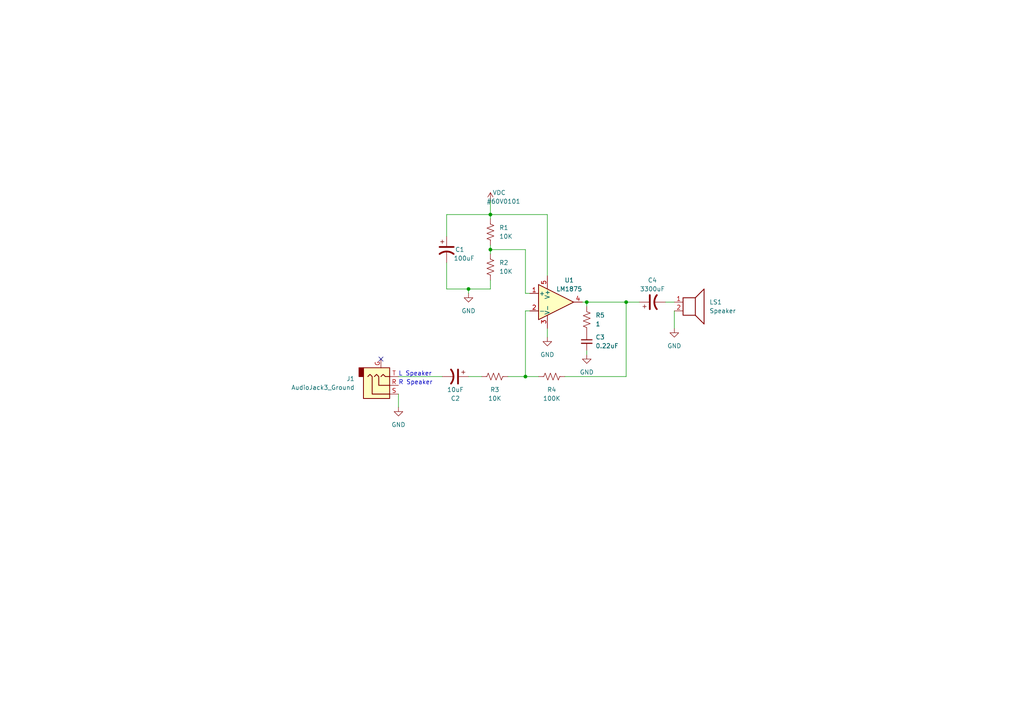
<source format=kicad_sch>
(kicad_sch (version 20211123) (generator eeschema)

  (uuid 92814261-9772-41e2-8889-a30603332826)

  (paper "A4")

  (lib_symbols
    (symbol "Amplifier_Audio:LM1875" (pin_names (offset 0.127)) (in_bom yes) (on_board yes)
      (property "Reference" "U" (id 0) (at 3.81 6.35 0)
        (effects (font (size 1.27 1.27)))
      )
      (property "Value" "LM1875" (id 1) (at 3.81 3.81 0)
        (effects (font (size 1.27 1.27)))
      )
      (property "Footprint" "Package_TO_SOT_THT:TO-220-5_P3.4x3.7mm_StaggerOdd_Lead3.8mm_Vertical" (id 2) (at 0 0 0)
        (effects (font (size 1.27 1.27) italic) hide)
      )
      (property "Datasheet" "http://www.ti.com/lit/ds/symlink/lm1875.pdf" (id 3) (at 0 0 0)
        (effects (font (size 1.27 1.27)) hide)
      )
      (property "ki_keywords" "audio amplifier" (id 4) (at 0 0 0)
        (effects (font (size 1.27 1.27)) hide)
      )
      (property "ki_description" "20W Audio Power Amplifier, TO-220-5" (id 5) (at 0 0 0)
        (effects (font (size 1.27 1.27)) hide)
      )
      (property "ki_fp_filters" "TO?220*StaggerOdd*" (id 6) (at 0 0 0)
        (effects (font (size 1.27 1.27)) hide)
      )
      (symbol "LM1875_0_1"
        (polyline
          (pts
            (xy -5.08 5.08)
            (xy 5.08 0)
            (xy -5.08 -5.08)
            (xy -5.08 5.08)
          )
          (stroke (width 0.254) (type default) (color 0 0 0 0))
          (fill (type background))
        )
      )
      (symbol "LM1875_1_1"
        (pin input line (at -7.62 2.54 0) (length 2.54)
          (name "+" (effects (font (size 1.27 1.27))))
          (number "1" (effects (font (size 1.27 1.27))))
        )
        (pin input line (at -7.62 -2.54 0) (length 2.54)
          (name "-" (effects (font (size 1.27 1.27))))
          (number "2" (effects (font (size 1.27 1.27))))
        )
        (pin power_in line (at -2.54 -7.62 90) (length 3.81)
          (name "V-" (effects (font (size 1.27 1.27))))
          (number "3" (effects (font (size 1.27 1.27))))
        )
        (pin output line (at 7.62 0 180) (length 2.54)
          (name "~" (effects (font (size 1.27 1.27))))
          (number "4" (effects (font (size 1.27 1.27))))
        )
        (pin power_in line (at -2.54 7.62 270) (length 3.81)
          (name "V+" (effects (font (size 1.27 1.27))))
          (number "5" (effects (font (size 1.27 1.27))))
        )
      )
    )
    (symbol "Connector:AudioJack3_Ground" (in_bom yes) (on_board yes)
      (property "Reference" "J" (id 0) (at 0 8.89 0)
        (effects (font (size 1.27 1.27)))
      )
      (property "Value" "AudioJack3_Ground" (id 1) (at 0 6.35 0)
        (effects (font (size 1.27 1.27)))
      )
      (property "Footprint" "" (id 2) (at 0 0 0)
        (effects (font (size 1.27 1.27)) hide)
      )
      (property "Datasheet" "~" (id 3) (at 0 0 0)
        (effects (font (size 1.27 1.27)) hide)
      )
      (property "ki_keywords" "audio jack receptacle stereo headphones phones TRS connector" (id 4) (at 0 0 0)
        (effects (font (size 1.27 1.27)) hide)
      )
      (property "ki_description" "Audio Jack, 3 Poles (Stereo / TRS), Grounded Sleeve" (id 5) (at 0 0 0)
        (effects (font (size 1.27 1.27)) hide)
      )
      (property "ki_fp_filters" "Jack*" (id 6) (at 0 0 0)
        (effects (font (size 1.27 1.27)) hide)
      )
      (symbol "AudioJack3_Ground_0_1"
        (rectangle (start -5.08 -2.54) (end -6.35 -5.08)
          (stroke (width 0.254) (type default) (color 0 0 0 0))
          (fill (type outline))
        )
        (polyline
          (pts
            (xy 0 -2.54)
            (xy 0.635 -3.175)
            (xy 1.27 -2.54)
            (xy 2.54 -2.54)
          )
          (stroke (width 0.254) (type default) (color 0 0 0 0))
          (fill (type none))
        )
        (polyline
          (pts
            (xy -1.905 -2.54)
            (xy -1.27 -3.175)
            (xy -0.635 -2.54)
            (xy -0.635 0)
            (xy 2.54 0)
          )
          (stroke (width 0.254) (type default) (color 0 0 0 0))
          (fill (type none))
        )
        (polyline
          (pts
            (xy 2.54 2.54)
            (xy -2.54 2.54)
            (xy -2.54 -2.54)
            (xy -3.175 -3.175)
            (xy -3.81 -2.54)
          )
          (stroke (width 0.254) (type default) (color 0 0 0 0))
          (fill (type none))
        )
        (rectangle (start 2.54 3.81) (end -5.08 -5.08)
          (stroke (width 0.254) (type default) (color 0 0 0 0))
          (fill (type background))
        )
      )
      (symbol "AudioJack3_Ground_1_1"
        (pin passive line (at 0 -7.62 90) (length 2.54)
          (name "~" (effects (font (size 1.27 1.27))))
          (number "G" (effects (font (size 1.27 1.27))))
        )
        (pin passive line (at 5.08 0 180) (length 2.54)
          (name "~" (effects (font (size 1.27 1.27))))
          (number "R" (effects (font (size 1.27 1.27))))
        )
        (pin passive line (at 5.08 2.54 180) (length 2.54)
          (name "~" (effects (font (size 1.27 1.27))))
          (number "S" (effects (font (size 1.27 1.27))))
        )
        (pin passive line (at 5.08 -2.54 180) (length 2.54)
          (name "~" (effects (font (size 1.27 1.27))))
          (number "T" (effects (font (size 1.27 1.27))))
        )
      )
    )
    (symbol "Device:C_Polarized_US" (pin_numbers hide) (pin_names (offset 0.254) hide) (in_bom yes) (on_board yes)
      (property "Reference" "C" (id 0) (at 0.635 2.54 0)
        (effects (font (size 1.27 1.27)) (justify left))
      )
      (property "Value" "C_Polarized_US" (id 1) (at 0.635 -2.54 0)
        (effects (font (size 1.27 1.27)) (justify left))
      )
      (property "Footprint" "" (id 2) (at 0 0 0)
        (effects (font (size 1.27 1.27)) hide)
      )
      (property "Datasheet" "~" (id 3) (at 0 0 0)
        (effects (font (size 1.27 1.27)) hide)
      )
      (property "ki_keywords" "cap capacitor" (id 4) (at 0 0 0)
        (effects (font (size 1.27 1.27)) hide)
      )
      (property "ki_description" "Polarized capacitor, US symbol" (id 5) (at 0 0 0)
        (effects (font (size 1.27 1.27)) hide)
      )
      (property "ki_fp_filters" "CP_*" (id 6) (at 0 0 0)
        (effects (font (size 1.27 1.27)) hide)
      )
      (symbol "C_Polarized_US_0_1"
        (polyline
          (pts
            (xy -2.032 0.762)
            (xy 2.032 0.762)
          )
          (stroke (width 0.508) (type default) (color 0 0 0 0))
          (fill (type none))
        )
        (polyline
          (pts
            (xy -1.778 2.286)
            (xy -0.762 2.286)
          )
          (stroke (width 0) (type default) (color 0 0 0 0))
          (fill (type none))
        )
        (polyline
          (pts
            (xy -1.27 1.778)
            (xy -1.27 2.794)
          )
          (stroke (width 0) (type default) (color 0 0 0 0))
          (fill (type none))
        )
        (arc (start 2.032 -1.27) (mid 0 -0.5572) (end -2.032 -1.27)
          (stroke (width 0.508) (type default) (color 0 0 0 0))
          (fill (type none))
        )
      )
      (symbol "C_Polarized_US_1_1"
        (pin passive line (at 0 3.81 270) (length 2.794)
          (name "~" (effects (font (size 1.27 1.27))))
          (number "1" (effects (font (size 1.27 1.27))))
        )
        (pin passive line (at 0 -3.81 90) (length 3.302)
          (name "~" (effects (font (size 1.27 1.27))))
          (number "2" (effects (font (size 1.27 1.27))))
        )
      )
    )
    (symbol "Device:C_Small" (pin_numbers hide) (pin_names (offset 0.254) hide) (in_bom yes) (on_board yes)
      (property "Reference" "C" (id 0) (at 0.254 1.778 0)
        (effects (font (size 1.27 1.27)) (justify left))
      )
      (property "Value" "C_Small" (id 1) (at 0.254 -2.032 0)
        (effects (font (size 1.27 1.27)) (justify left))
      )
      (property "Footprint" "" (id 2) (at 0 0 0)
        (effects (font (size 1.27 1.27)) hide)
      )
      (property "Datasheet" "~" (id 3) (at 0 0 0)
        (effects (font (size 1.27 1.27)) hide)
      )
      (property "ki_keywords" "capacitor cap" (id 4) (at 0 0 0)
        (effects (font (size 1.27 1.27)) hide)
      )
      (property "ki_description" "Unpolarized capacitor, small symbol" (id 5) (at 0 0 0)
        (effects (font (size 1.27 1.27)) hide)
      )
      (property "ki_fp_filters" "C_*" (id 6) (at 0 0 0)
        (effects (font (size 1.27 1.27)) hide)
      )
      (symbol "C_Small_0_1"
        (polyline
          (pts
            (xy -1.524 -0.508)
            (xy 1.524 -0.508)
          )
          (stroke (width 0.3302) (type default) (color 0 0 0 0))
          (fill (type none))
        )
        (polyline
          (pts
            (xy -1.524 0.508)
            (xy 1.524 0.508)
          )
          (stroke (width 0.3048) (type default) (color 0 0 0 0))
          (fill (type none))
        )
      )
      (symbol "C_Small_1_1"
        (pin passive line (at 0 2.54 270) (length 2.032)
          (name "~" (effects (font (size 1.27 1.27))))
          (number "1" (effects (font (size 1.27 1.27))))
        )
        (pin passive line (at 0 -2.54 90) (length 2.032)
          (name "~" (effects (font (size 1.27 1.27))))
          (number "2" (effects (font (size 1.27 1.27))))
        )
      )
    )
    (symbol "Device:R_US" (pin_numbers hide) (pin_names (offset 0)) (in_bom yes) (on_board yes)
      (property "Reference" "R" (id 0) (at 2.54 0 90)
        (effects (font (size 1.27 1.27)))
      )
      (property "Value" "R_US" (id 1) (at -2.54 0 90)
        (effects (font (size 1.27 1.27)))
      )
      (property "Footprint" "" (id 2) (at 1.016 -0.254 90)
        (effects (font (size 1.27 1.27)) hide)
      )
      (property "Datasheet" "~" (id 3) (at 0 0 0)
        (effects (font (size 1.27 1.27)) hide)
      )
      (property "ki_keywords" "R res resistor" (id 4) (at 0 0 0)
        (effects (font (size 1.27 1.27)) hide)
      )
      (property "ki_description" "Resistor, US symbol" (id 5) (at 0 0 0)
        (effects (font (size 1.27 1.27)) hide)
      )
      (property "ki_fp_filters" "R_*" (id 6) (at 0 0 0)
        (effects (font (size 1.27 1.27)) hide)
      )
      (symbol "R_US_0_1"
        (polyline
          (pts
            (xy 0 -2.286)
            (xy 0 -2.54)
          )
          (stroke (width 0) (type default) (color 0 0 0 0))
          (fill (type none))
        )
        (polyline
          (pts
            (xy 0 2.286)
            (xy 0 2.54)
          )
          (stroke (width 0) (type default) (color 0 0 0 0))
          (fill (type none))
        )
        (polyline
          (pts
            (xy 0 -0.762)
            (xy 1.016 -1.143)
            (xy 0 -1.524)
            (xy -1.016 -1.905)
            (xy 0 -2.286)
          )
          (stroke (width 0) (type default) (color 0 0 0 0))
          (fill (type none))
        )
        (polyline
          (pts
            (xy 0 0.762)
            (xy 1.016 0.381)
            (xy 0 0)
            (xy -1.016 -0.381)
            (xy 0 -0.762)
          )
          (stroke (width 0) (type default) (color 0 0 0 0))
          (fill (type none))
        )
        (polyline
          (pts
            (xy 0 2.286)
            (xy 1.016 1.905)
            (xy 0 1.524)
            (xy -1.016 1.143)
            (xy 0 0.762)
          )
          (stroke (width 0) (type default) (color 0 0 0 0))
          (fill (type none))
        )
      )
      (symbol "R_US_1_1"
        (pin passive line (at 0 3.81 270) (length 1.27)
          (name "~" (effects (font (size 1.27 1.27))))
          (number "1" (effects (font (size 1.27 1.27))))
        )
        (pin passive line (at 0 -3.81 90) (length 1.27)
          (name "~" (effects (font (size 1.27 1.27))))
          (number "2" (effects (font (size 1.27 1.27))))
        )
      )
    )
    (symbol "Device:Speaker" (pin_names (offset 0) hide) (in_bom yes) (on_board yes)
      (property "Reference" "LS" (id 0) (at 1.27 5.715 0)
        (effects (font (size 1.27 1.27)) (justify right))
      )
      (property "Value" "Speaker" (id 1) (at 1.27 3.81 0)
        (effects (font (size 1.27 1.27)) (justify right))
      )
      (property "Footprint" "" (id 2) (at 0 -5.08 0)
        (effects (font (size 1.27 1.27)) hide)
      )
      (property "Datasheet" "~" (id 3) (at -0.254 -1.27 0)
        (effects (font (size 1.27 1.27)) hide)
      )
      (property "ki_keywords" "speaker sound" (id 4) (at 0 0 0)
        (effects (font (size 1.27 1.27)) hide)
      )
      (property "ki_description" "Speaker" (id 5) (at 0 0 0)
        (effects (font (size 1.27 1.27)) hide)
      )
      (symbol "Speaker_0_0"
        (rectangle (start -2.54 1.27) (end 1.016 -3.81)
          (stroke (width 0.254) (type default) (color 0 0 0 0))
          (fill (type none))
        )
        (polyline
          (pts
            (xy 1.016 1.27)
            (xy 3.556 3.81)
            (xy 3.556 -6.35)
            (xy 1.016 -3.81)
          )
          (stroke (width 0.254) (type default) (color 0 0 0 0))
          (fill (type none))
        )
      )
      (symbol "Speaker_1_1"
        (pin input line (at -5.08 0 0) (length 2.54)
          (name "1" (effects (font (size 1.27 1.27))))
          (number "1" (effects (font (size 1.27 1.27))))
        )
        (pin input line (at -5.08 -2.54 0) (length 2.54)
          (name "2" (effects (font (size 1.27 1.27))))
          (number "2" (effects (font (size 1.27 1.27))))
        )
      )
    )
    (symbol "power:GND" (power) (pin_names (offset 0)) (in_bom yes) (on_board yes)
      (property "Reference" "#PWR" (id 0) (at 0 -6.35 0)
        (effects (font (size 1.27 1.27)) hide)
      )
      (property "Value" "GND" (id 1) (at 0 -3.81 0)
        (effects (font (size 1.27 1.27)))
      )
      (property "Footprint" "" (id 2) (at 0 0 0)
        (effects (font (size 1.27 1.27)) hide)
      )
      (property "Datasheet" "" (id 3) (at 0 0 0)
        (effects (font (size 1.27 1.27)) hide)
      )
      (property "ki_keywords" "global power" (id 4) (at 0 0 0)
        (effects (font (size 1.27 1.27)) hide)
      )
      (property "ki_description" "Power symbol creates a global label with name \"GND\" , ground" (id 5) (at 0 0 0)
        (effects (font (size 1.27 1.27)) hide)
      )
      (symbol "GND_0_1"
        (polyline
          (pts
            (xy 0 0)
            (xy 0 -1.27)
            (xy 1.27 -1.27)
            (xy 0 -2.54)
            (xy -1.27 -1.27)
            (xy 0 -1.27)
          )
          (stroke (width 0) (type default) (color 0 0 0 0))
          (fill (type none))
        )
      )
      (symbol "GND_1_1"
        (pin power_in line (at 0 0 270) (length 0) hide
          (name "GND" (effects (font (size 1.27 1.27))))
          (number "1" (effects (font (size 1.27 1.27))))
        )
      )
    )
    (symbol "power:VDC" (power) (pin_names (offset 0)) (in_bom yes) (on_board yes)
      (property "Reference" "#PWR" (id 0) (at 0 -2.54 0)
        (effects (font (size 1.27 1.27)) hide)
      )
      (property "Value" "VDC" (id 1) (at 0 6.35 0)
        (effects (font (size 1.27 1.27)))
      )
      (property "Footprint" "" (id 2) (at 0 0 0)
        (effects (font (size 1.27 1.27)) hide)
      )
      (property "Datasheet" "" (id 3) (at 0 0 0)
        (effects (font (size 1.27 1.27)) hide)
      )
      (property "ki_keywords" "global power" (id 4) (at 0 0 0)
        (effects (font (size 1.27 1.27)) hide)
      )
      (property "ki_description" "Power symbol creates a global label with name \"VDC\"" (id 5) (at 0 0 0)
        (effects (font (size 1.27 1.27)) hide)
      )
      (symbol "VDC_0_1"
        (polyline
          (pts
            (xy -0.762 1.27)
            (xy 0 2.54)
          )
          (stroke (width 0) (type default) (color 0 0 0 0))
          (fill (type none))
        )
        (polyline
          (pts
            (xy 0 0)
            (xy 0 2.54)
          )
          (stroke (width 0) (type default) (color 0 0 0 0))
          (fill (type none))
        )
        (polyline
          (pts
            (xy 0 2.54)
            (xy 0.762 1.27)
          )
          (stroke (width 0) (type default) (color 0 0 0 0))
          (fill (type none))
        )
      )
      (symbol "VDC_1_1"
        (pin power_in line (at 0 0 90) (length 0) hide
          (name "VDC" (effects (font (size 1.27 1.27))))
          (number "1" (effects (font (size 1.27 1.27))))
        )
      )
    )
  )

  (junction (at 181.61 87.63) (diameter 0) (color 0 0 0 0)
    (uuid 5efae0f5-c53f-4e30-bdb3-2d1bf5255d97)
  )
  (junction (at 170.18 87.63) (diameter 0) (color 0 0 0 0)
    (uuid 7f31d792-e9e6-4246-bc03-e5ee64a1e647)
  )
  (junction (at 142.24 72.39) (diameter 0) (color 0 0 0 0)
    (uuid 8ae3e0ae-1dfb-4ac0-83bd-ea668f7bd99b)
  )
  (junction (at 152.4 109.22) (diameter 0) (color 0 0 0 0)
    (uuid a1111bba-21db-420e-bd3c-d2829dcc5766)
  )
  (junction (at 135.89 83.82) (diameter 0) (color 0 0 0 0)
    (uuid b1d44d44-5869-4083-a5af-428a82d84ba1)
  )
  (junction (at 142.24 62.23) (diameter 0) (color 0 0 0 0)
    (uuid e5c0e9e7-0a1a-4bbf-a2b5-a96fcfd7cb8b)
  )

  (no_connect (at 110.49 104.14) (uuid f23dadd2-578f-4944-80d6-0bed0823d317))

  (wire (pts (xy 170.18 87.63) (xy 170.18 88.9))
    (stroke (width 0) (type default) (color 0 0 0 0))
    (uuid 1a2a6e5f-8066-42f7-a0e9-8b232a04fc02)
  )
  (wire (pts (xy 135.89 83.82) (xy 135.89 85.09))
    (stroke (width 0) (type default) (color 0 0 0 0))
    (uuid 246020f2-fb1b-4d7d-ac26-31d8432160d3)
  )
  (wire (pts (xy 153.67 85.09) (xy 152.4 85.09))
    (stroke (width 0) (type default) (color 0 0 0 0))
    (uuid 2b7ae8ed-aceb-4660-910f-f4fa477c46de)
  )
  (wire (pts (xy 129.54 62.23) (xy 129.54 68.58))
    (stroke (width 0) (type default) (color 0 0 0 0))
    (uuid 2e57fa57-b07c-4f18-9c7e-01875017749e)
  )
  (wire (pts (xy 195.58 90.17) (xy 195.58 95.25))
    (stroke (width 0) (type default) (color 0 0 0 0))
    (uuid 42b4e82a-921b-429d-bfc1-5d1a3a8bfdc1)
  )
  (wire (pts (xy 163.83 109.22) (xy 181.61 109.22))
    (stroke (width 0) (type default) (color 0 0 0 0))
    (uuid 4a94f995-aa4d-444d-b641-58f237ae23c2)
  )
  (wire (pts (xy 158.75 95.25) (xy 158.75 97.79))
    (stroke (width 0) (type default) (color 0 0 0 0))
    (uuid 4d5630f5-274f-43bc-a8c8-df094970cc9a)
  )
  (wire (pts (xy 142.24 58.42) (xy 142.24 62.23))
    (stroke (width 0) (type default) (color 0 0 0 0))
    (uuid 5ceffd46-3cf4-4d8c-a4ea-7eb9067c4ea3)
  )
  (wire (pts (xy 135.89 83.82) (xy 129.54 83.82))
    (stroke (width 0) (type default) (color 0 0 0 0))
    (uuid 5f39de05-8f74-4e1b-b366-04a5d2ca055e)
  )
  (wire (pts (xy 142.24 72.39) (xy 142.24 73.66))
    (stroke (width 0) (type default) (color 0 0 0 0))
    (uuid 689f58e1-54fc-4ec4-a99b-96f96b6e2959)
  )
  (wire (pts (xy 142.24 83.82) (xy 135.89 83.82))
    (stroke (width 0) (type default) (color 0 0 0 0))
    (uuid 69a1e1ed-d3c5-40e0-b554-58e1d4593778)
  )
  (wire (pts (xy 181.61 87.63) (xy 185.42 87.63))
    (stroke (width 0) (type default) (color 0 0 0 0))
    (uuid 71a6e4d4-f4b3-4714-a3ae-847ffc6479e8)
  )
  (wire (pts (xy 142.24 71.12) (xy 142.24 72.39))
    (stroke (width 0) (type default) (color 0 0 0 0))
    (uuid 772da3f1-1c02-46ef-88e7-dd13819c948d)
  )
  (wire (pts (xy 147.32 109.22) (xy 152.4 109.22))
    (stroke (width 0) (type default) (color 0 0 0 0))
    (uuid 7b015d5c-6f43-487c-b86c-2a437304a65e)
  )
  (wire (pts (xy 152.4 72.39) (xy 152.4 85.09))
    (stroke (width 0) (type default) (color 0 0 0 0))
    (uuid 7b387b46-ee62-4c6f-841f-bb7c3971261f)
  )
  (wire (pts (xy 129.54 83.82) (xy 129.54 76.2))
    (stroke (width 0) (type default) (color 0 0 0 0))
    (uuid 8514b7e0-f82a-4620-abdc-da6f6d8f6475)
  )
  (wire (pts (xy 170.18 101.6) (xy 170.18 102.87))
    (stroke (width 0) (type default) (color 0 0 0 0))
    (uuid 8c30d217-ff78-431f-803c-960aa4db3742)
  )
  (wire (pts (xy 181.61 109.22) (xy 181.61 87.63))
    (stroke (width 0) (type default) (color 0 0 0 0))
    (uuid 93fffd9a-afb2-4ead-95d8-a80090f03f53)
  )
  (wire (pts (xy 115.57 109.22) (xy 128.27 109.22))
    (stroke (width 0) (type default) (color 0 0 0 0))
    (uuid 97e20424-06a9-478b-94ec-76300ff38b4f)
  )
  (wire (pts (xy 142.24 81.28) (xy 142.24 83.82))
    (stroke (width 0) (type default) (color 0 0 0 0))
    (uuid 983bb94d-ef4c-43ab-924c-6738f78f227a)
  )
  (wire (pts (xy 170.18 87.63) (xy 181.61 87.63))
    (stroke (width 0) (type default) (color 0 0 0 0))
    (uuid 9a380837-2573-4f1b-ac01-deb746b98af6)
  )
  (wire (pts (xy 152.4 72.39) (xy 142.24 72.39))
    (stroke (width 0) (type default) (color 0 0 0 0))
    (uuid a1363793-192a-4293-a876-2d534e4a9c91)
  )
  (wire (pts (xy 142.24 62.23) (xy 142.24 63.5))
    (stroke (width 0) (type default) (color 0 0 0 0))
    (uuid aaa8e07d-56d0-469c-a463-5d1b93034642)
  )
  (wire (pts (xy 135.89 109.22) (xy 139.7 109.22))
    (stroke (width 0) (type default) (color 0 0 0 0))
    (uuid b2245f0a-8063-44bd-9308-590c8edacdbd)
  )
  (wire (pts (xy 193.04 87.63) (xy 195.58 87.63))
    (stroke (width 0) (type default) (color 0 0 0 0))
    (uuid b44e43c1-f18f-422c-b129-7f6087d78918)
  )
  (wire (pts (xy 158.75 62.23) (xy 158.75 80.01))
    (stroke (width 0) (type default) (color 0 0 0 0))
    (uuid b7cd4337-fa81-431b-b6bb-e947279f2361)
  )
  (wire (pts (xy 129.54 62.23) (xy 142.24 62.23))
    (stroke (width 0) (type default) (color 0 0 0 0))
    (uuid d6372670-3ce9-4c3b-abc1-ba709e3770a7)
  )
  (wire (pts (xy 152.4 90.17) (xy 152.4 109.22))
    (stroke (width 0) (type default) (color 0 0 0 0))
    (uuid da2d6f2a-5449-4a20-a728-166385b33949)
  )
  (wire (pts (xy 152.4 90.17) (xy 153.67 90.17))
    (stroke (width 0) (type default) (color 0 0 0 0))
    (uuid df5a3795-99af-48c5-9ec7-d20dc3fa7b42)
  )
  (wire (pts (xy 168.91 87.63) (xy 170.18 87.63))
    (stroke (width 0) (type default) (color 0 0 0 0))
    (uuid e1e871b3-7ff9-41d5-8aeb-1142f70b26af)
  )
  (wire (pts (xy 115.57 114.3) (xy 115.57 118.11))
    (stroke (width 0) (type default) (color 0 0 0 0))
    (uuid e5a77725-ed62-415b-aa22-854de0369fbf)
  )
  (wire (pts (xy 158.75 62.23) (xy 142.24 62.23))
    (stroke (width 0) (type default) (color 0 0 0 0))
    (uuid ec52e856-8018-423b-b22b-fe11de47e2c6)
  )
  (wire (pts (xy 156.21 109.22) (xy 152.4 109.22))
    (stroke (width 0) (type default) (color 0 0 0 0))
    (uuid ff9152a9-7dbe-42a8-85ca-aba6687b652b)
  )

  (text "L Speaker" (at 115.57 109.22 0)
    (effects (font (size 1.27 1.27)) (justify left bottom))
    (uuid 6fdf4083-43d5-4f73-90e8-b98adea30499)
  )
  (text "R Speaker" (at 115.57 111.76 0)
    (effects (font (size 1.27 1.27)) (justify left bottom))
    (uuid 9fecfc7e-fd8a-4567-b315-cc169e84061f)
  )

  (symbol (lib_id "Device:C_Polarized_US") (at 189.23 87.63 90) (unit 1)
    (in_bom yes) (on_board yes)
    (uuid 0c4dbde2-5bd2-410f-8ea2-1eee659c56a6)
    (property "Reference" "C4" (id 0) (at 189.23 81.28 90))
    (property "Value" "3300uF" (id 1) (at 189.23 83.82 90))
    (property "Footprint" "" (id 2) (at 189.23 87.63 0)
      (effects (font (size 1.27 1.27)) hide)
    )
    (property "Datasheet" "~" (id 3) (at 189.23 87.63 0)
      (effects (font (size 1.27 1.27)) hide)
    )
    (pin "1" (uuid 7594ed29-b754-49f9-a947-ef4db3423996))
    (pin "2" (uuid 430a51da-7d36-487f-b690-1f9e0f98f9d3))
  )

  (symbol (lib_id "Device:R_US") (at 170.18 92.71 0) (unit 1)
    (in_bom yes) (on_board yes) (fields_autoplaced)
    (uuid 0dc1e3fa-9f9f-4444-8b26-fa6e74952fb0)
    (property "Reference" "R5" (id 0) (at 172.72 91.4399 0)
      (effects (font (size 1.27 1.27)) (justify left))
    )
    (property "Value" "1" (id 1) (at 172.72 93.9799 0)
      (effects (font (size 1.27 1.27)) (justify left))
    )
    (property "Footprint" "" (id 2) (at 171.196 92.964 90)
      (effects (font (size 1.27 1.27)) hide)
    )
    (property "Datasheet" "~" (id 3) (at 170.18 92.71 0)
      (effects (font (size 1.27 1.27)) hide)
    )
    (pin "1" (uuid 8f4e1cfe-3bf2-428d-9956-46086f636881))
    (pin "2" (uuid 773f3edc-d283-423a-88a0-33403a2115fc))
  )

  (symbol (lib_id "power:GND") (at 115.57 118.11 0) (unit 1)
    (in_bom yes) (on_board yes) (fields_autoplaced)
    (uuid 12d1ee2a-87ef-4ea6-b1de-ffc49b4e4b9b)
    (property "Reference" "#PWR01" (id 0) (at 115.57 124.46 0)
      (effects (font (size 1.27 1.27)) hide)
    )
    (property "Value" "GND" (id 1) (at 115.57 123.19 0))
    (property "Footprint" "" (id 2) (at 115.57 118.11 0)
      (effects (font (size 1.27 1.27)) hide)
    )
    (property "Datasheet" "" (id 3) (at 115.57 118.11 0)
      (effects (font (size 1.27 1.27)) hide)
    )
    (pin "1" (uuid 8208c853-5b7e-4c6c-a758-2b145fc8257e))
  )

  (symbol (lib_id "Device:C_Polarized_US") (at 132.08 109.22 270) (unit 1)
    (in_bom yes) (on_board yes)
    (uuid 164b264a-ea3a-4613-89ec-91c9f56ab275)
    (property "Reference" "C2" (id 0) (at 132.08 115.57 90))
    (property "Value" "10uF" (id 1) (at 132.08 113.03 90))
    (property "Footprint" "" (id 2) (at 132.08 109.22 0)
      (effects (font (size 1.27 1.27)) hide)
    )
    (property "Datasheet" "~" (id 3) (at 132.08 109.22 0)
      (effects (font (size 1.27 1.27)) hide)
    )
    (pin "1" (uuid dc4c1e07-9a50-4b8e-b10e-13c504539a55))
    (pin "2" (uuid d1d3515a-c7b3-44bb-b184-b905a6421199))
  )

  (symbol (lib_id "power:VDC") (at 142.24 58.42 0) (unit 1)
    (in_bom yes) (on_board yes)
    (uuid 2bc6f99f-ed50-444f-8300-c2d601cc892e)
    (property "Reference" "60V" (id 0) (at 146.05 58.42 0))
    (property "Value" "VDC" (id 1) (at 144.78 55.88 0))
    (property "Footprint" "" (id 2) (at 142.24 58.42 0)
      (effects (font (size 1.27 1.27)) hide)
    )
    (property "Datasheet" "" (id 3) (at 142.24 58.42 0)
      (effects (font (size 1.27 1.27)) hide)
    )
    (pin "1" (uuid ddf2db7e-2afd-4cda-babc-0876d1597a37))
  )

  (symbol (lib_id "power:GND") (at 135.89 85.09 0) (unit 1)
    (in_bom yes) (on_board yes) (fields_autoplaced)
    (uuid 34341424-82dd-4580-b779-df6b9427ee49)
    (property "Reference" "#PWR02" (id 0) (at 135.89 91.44 0)
      (effects (font (size 1.27 1.27)) hide)
    )
    (property "Value" "GND" (id 1) (at 135.89 90.17 0))
    (property "Footprint" "" (id 2) (at 135.89 85.09 0)
      (effects (font (size 1.27 1.27)) hide)
    )
    (property "Datasheet" "" (id 3) (at 135.89 85.09 0)
      (effects (font (size 1.27 1.27)) hide)
    )
    (pin "1" (uuid 19d3cb47-4428-4fa6-8d00-947b4462a47f))
  )

  (symbol (lib_id "power:GND") (at 170.18 102.87 0) (unit 1)
    (in_bom yes) (on_board yes) (fields_autoplaced)
    (uuid 4f2b78bb-3c6c-452d-9069-c1683527b01a)
    (property "Reference" "#PWR04" (id 0) (at 170.18 109.22 0)
      (effects (font (size 1.27 1.27)) hide)
    )
    (property "Value" "GND" (id 1) (at 170.18 107.95 0))
    (property "Footprint" "" (id 2) (at 170.18 102.87 0)
      (effects (font (size 1.27 1.27)) hide)
    )
    (property "Datasheet" "" (id 3) (at 170.18 102.87 0)
      (effects (font (size 1.27 1.27)) hide)
    )
    (pin "1" (uuid fcfd17ba-d233-4aa0-acb8-276cdee53a7c))
  )

  (symbol (lib_id "Amplifier_Audio:LM1875") (at 161.29 87.63 0) (unit 1)
    (in_bom yes) (on_board yes)
    (uuid 5887fd79-96d8-41be-8ba1-3f3dbddc1a70)
    (property "Reference" "U1" (id 0) (at 165.1 81.28 0))
    (property "Value" "LM1875" (id 1) (at 165.1 83.82 0))
    (property "Footprint" "Package_TO_SOT_THT:TO-220-5_P3.4x3.7mm_StaggerOdd_Lead3.8mm_Vertical" (id 2) (at 161.29 87.63 0)
      (effects (font (size 1.27 1.27) italic) hide)
    )
    (property "Datasheet" "http://www.ti.com/lit/ds/symlink/lm1875.pdf" (id 3) (at 161.29 87.63 0)
      (effects (font (size 1.27 1.27)) hide)
    )
    (pin "1" (uuid fc1aa98c-0c38-4165-825c-8cb904c56b3d))
    (pin "2" (uuid 44013d0e-e8f3-43c1-b3f2-d3b4183af231))
    (pin "3" (uuid 7b812792-e1f8-4b54-b850-cf53f9950cfc))
    (pin "4" (uuid 484cf78d-ce7a-413f-91f2-8dd9ad4d8140))
    (pin "5" (uuid 3f6d9174-3c2a-45e6-90c5-d9e03ef5e2b1))
  )

  (symbol (lib_id "power:GND") (at 158.75 97.79 0) (unit 1)
    (in_bom yes) (on_board yes) (fields_autoplaced)
    (uuid 63e02c00-fae5-438c-9f3a-3b1226466a75)
    (property "Reference" "#PWR03" (id 0) (at 158.75 104.14 0)
      (effects (font (size 1.27 1.27)) hide)
    )
    (property "Value" "GND" (id 1) (at 158.75 102.87 0))
    (property "Footprint" "" (id 2) (at 158.75 97.79 0)
      (effects (font (size 1.27 1.27)) hide)
    )
    (property "Datasheet" "" (id 3) (at 158.75 97.79 0)
      (effects (font (size 1.27 1.27)) hide)
    )
    (pin "1" (uuid 7b2d34b4-5d7f-4096-a80a-80212aafcfc5))
  )

  (symbol (lib_id "Device:R_US") (at 160.02 109.22 270) (unit 1)
    (in_bom yes) (on_board yes)
    (uuid 74c4109f-254c-47e2-882f-e94f1c48b070)
    (property "Reference" "R4" (id 0) (at 160.02 113.03 90))
    (property "Value" "100K" (id 1) (at 160.02 115.57 90))
    (property "Footprint" "" (id 2) (at 159.766 110.236 90)
      (effects (font (size 1.27 1.27)) hide)
    )
    (property "Datasheet" "~" (id 3) (at 160.02 109.22 0)
      (effects (font (size 1.27 1.27)) hide)
    )
    (pin "1" (uuid 361d09f8-44c0-43a3-8b1b-0437c3f75e54))
    (pin "2" (uuid 102741c8-8a26-4705-a733-53b0ca6e39fb))
  )

  (symbol (lib_id "Device:R_US") (at 143.51 109.22 270) (unit 1)
    (in_bom yes) (on_board yes)
    (uuid 90346285-134b-4ed2-b5bf-ecff2170d0d9)
    (property "Reference" "R3" (id 0) (at 143.51 113.03 90))
    (property "Value" "10K" (id 1) (at 143.51 115.57 90))
    (property "Footprint" "" (id 2) (at 143.256 110.236 90)
      (effects (font (size 1.27 1.27)) hide)
    )
    (property "Datasheet" "~" (id 3) (at 143.51 109.22 0)
      (effects (font (size 1.27 1.27)) hide)
    )
    (pin "1" (uuid 3552d1e2-421b-45df-8ea9-47c3412c941a))
    (pin "2" (uuid 6b2405ba-d1f1-4c0f-93d8-e07c1add36d9))
  )

  (symbol (lib_id "Connector:AudioJack3_Ground") (at 110.49 111.76 0) (mirror x) (unit 1)
    (in_bom yes) (on_board yes) (fields_autoplaced)
    (uuid 92ecc080-1fd8-4e8b-a703-dc968e3b9eeb)
    (property "Reference" "J1" (id 0) (at 102.87 109.8549 0)
      (effects (font (size 1.27 1.27)) (justify right))
    )
    (property "Value" "AudioJack3_Ground" (id 1) (at 102.87 112.3949 0)
      (effects (font (size 1.27 1.27)) (justify right))
    )
    (property "Footprint" "" (id 2) (at 110.49 111.76 0)
      (effects (font (size 1.27 1.27)) hide)
    )
    (property "Datasheet" "~" (id 3) (at 110.49 111.76 0)
      (effects (font (size 1.27 1.27)) hide)
    )
    (pin "G" (uuid 888a620a-1e02-4d9c-a52a-87c1d6361b82))
    (pin "R" (uuid 9108ab9b-df14-4ea5-8f50-1c0ec26d6e4d))
    (pin "S" (uuid 5173ab28-811c-442d-b325-802440c8ebe3))
    (pin "T" (uuid 3c03e145-d5ba-487d-920c-90277d8f99dc))
  )

  (symbol (lib_id "Device:C_Polarized_US") (at 129.54 72.39 0) (unit 1)
    (in_bom yes) (on_board yes)
    (uuid 9aa599d1-afc9-44d8-bc13-a5779df1d091)
    (property "Reference" "C1" (id 0) (at 133.35 72.39 0))
    (property "Value" "100uF" (id 1) (at 134.62 74.93 0))
    (property "Footprint" "" (id 2) (at 129.54 72.39 0)
      (effects (font (size 1.27 1.27)) hide)
    )
    (property "Datasheet" "~" (id 3) (at 129.54 72.39 0)
      (effects (font (size 1.27 1.27)) hide)
    )
    (pin "1" (uuid c58da1c8-0e4c-4925-8d60-5d4c65c33131))
    (pin "2" (uuid 1feb2d22-661a-4f38-8907-aa78947055fd))
  )

  (symbol (lib_id "power:GND") (at 195.58 95.25 0) (unit 1)
    (in_bom yes) (on_board yes) (fields_autoplaced)
    (uuid acbac9cc-98e8-4063-a557-c85b331cef03)
    (property "Reference" "#PWR05" (id 0) (at 195.58 101.6 0)
      (effects (font (size 1.27 1.27)) hide)
    )
    (property "Value" "GND" (id 1) (at 195.58 100.33 0))
    (property "Footprint" "" (id 2) (at 195.58 95.25 0)
      (effects (font (size 1.27 1.27)) hide)
    )
    (property "Datasheet" "" (id 3) (at 195.58 95.25 0)
      (effects (font (size 1.27 1.27)) hide)
    )
    (pin "1" (uuid 42ae852b-92c1-43a6-abc1-606fccca5c9b))
  )

  (symbol (lib_id "Device:R_US") (at 142.24 77.47 0) (unit 1)
    (in_bom yes) (on_board yes) (fields_autoplaced)
    (uuid c16e27dc-cb97-4151-972c-d2658a4b4668)
    (property "Reference" "R2" (id 0) (at 144.78 76.1999 0)
      (effects (font (size 1.27 1.27)) (justify left))
    )
    (property "Value" "10K" (id 1) (at 144.78 78.7399 0)
      (effects (font (size 1.27 1.27)) (justify left))
    )
    (property "Footprint" "" (id 2) (at 143.256 77.724 90)
      (effects (font (size 1.27 1.27)) hide)
    )
    (property "Datasheet" "~" (id 3) (at 142.24 77.47 0)
      (effects (font (size 1.27 1.27)) hide)
    )
    (pin "1" (uuid 45aee9e9-82ad-401e-ab28-a2aedba41ebf))
    (pin "2" (uuid a8a0c251-b333-42c6-9faa-05c00ae250aa))
  )

  (symbol (lib_id "Device:R_US") (at 142.24 67.31 0) (unit 1)
    (in_bom yes) (on_board yes) (fields_autoplaced)
    (uuid c652cd64-6e81-4ba3-9543-697db09e7073)
    (property "Reference" "R1" (id 0) (at 144.78 66.0399 0)
      (effects (font (size 1.27 1.27)) (justify left))
    )
    (property "Value" "10K" (id 1) (at 144.78 68.5799 0)
      (effects (font (size 1.27 1.27)) (justify left))
    )
    (property "Footprint" "" (id 2) (at 143.256 67.564 90)
      (effects (font (size 1.27 1.27)) hide)
    )
    (property "Datasheet" "~" (id 3) (at 142.24 67.31 0)
      (effects (font (size 1.27 1.27)) hide)
    )
    (pin "1" (uuid 97024338-b102-4f13-9181-1a19b21a37bc))
    (pin "2" (uuid dfc29024-2904-4a5b-aa21-0173fbcdb4ab))
  )

  (symbol (lib_id "Device:C_Small") (at 170.18 99.06 0) (unit 1)
    (in_bom yes) (on_board yes) (fields_autoplaced)
    (uuid cee855fd-6e08-4432-97ca-53e00313f6eb)
    (property "Reference" "C3" (id 0) (at 172.72 97.7962 0)
      (effects (font (size 1.27 1.27)) (justify left))
    )
    (property "Value" "0.22uF" (id 1) (at 172.72 100.3362 0)
      (effects (font (size 1.27 1.27)) (justify left))
    )
    (property "Footprint" "" (id 2) (at 170.18 99.06 0)
      (effects (font (size 1.27 1.27)) hide)
    )
    (property "Datasheet" "~" (id 3) (at 170.18 99.06 0)
      (effects (font (size 1.27 1.27)) hide)
    )
    (pin "1" (uuid a7b57a6e-49a5-4145-8225-58503a4b8ae5))
    (pin "2" (uuid 50e5db3a-54a2-4846-8a9d-741736f6759c))
  )

  (symbol (lib_id "Device:Speaker") (at 200.66 87.63 0) (unit 1)
    (in_bom yes) (on_board yes) (fields_autoplaced)
    (uuid ffbf653b-9559-44ee-baa2-58acc8a769c5)
    (property "Reference" "LS1" (id 0) (at 205.74 87.6299 0)
      (effects (font (size 1.27 1.27)) (justify left))
    )
    (property "Value" "Speaker" (id 1) (at 205.74 90.1699 0)
      (effects (font (size 1.27 1.27)) (justify left))
    )
    (property "Footprint" "" (id 2) (at 200.66 92.71 0)
      (effects (font (size 1.27 1.27)) hide)
    )
    (property "Datasheet" "~" (id 3) (at 200.406 88.9 0)
      (effects (font (size 1.27 1.27)) hide)
    )
    (pin "1" (uuid 0284f75c-06b9-4f44-9d2c-316d0fe430dd))
    (pin "2" (uuid ea50f4f7-ace8-45b0-8ea2-bdb61b320ac3))
  )

  (sheet_instances
    (path "/" (page "1"))
  )

  (symbol_instances
    (path "/12d1ee2a-87ef-4ea6-b1de-ffc49b4e4b9b"
      (reference "#PWR01") (unit 1) (value "GND") (footprint "")
    )
    (path "/34341424-82dd-4580-b779-df6b9427ee49"
      (reference "#PWR02") (unit 1) (value "GND") (footprint "")
    )
    (path "/63e02c00-fae5-438c-9f3a-3b1226466a75"
      (reference "#PWR03") (unit 1) (value "GND") (footprint "")
    )
    (path "/4f2b78bb-3c6c-452d-9069-c1683527b01a"
      (reference "#PWR04") (unit 1) (value "GND") (footprint "")
    )
    (path "/acbac9cc-98e8-4063-a557-c85b331cef03"
      (reference "#PWR05") (unit 1) (value "GND") (footprint "")
    )
    (path "/2bc6f99f-ed50-444f-8300-c2d601cc892e"
      (reference "60V") (unit 1) (value "VDC") (footprint "")
    )
    (path "/9aa599d1-afc9-44d8-bc13-a5779df1d091"
      (reference "C1") (unit 1) (value "100uF") (footprint "")
    )
    (path "/164b264a-ea3a-4613-89ec-91c9f56ab275"
      (reference "C2") (unit 1) (value "10uF") (footprint "")
    )
    (path "/cee855fd-6e08-4432-97ca-53e00313f6eb"
      (reference "C3") (unit 1) (value "0.22uF") (footprint "")
    )
    (path "/0c4dbde2-5bd2-410f-8ea2-1eee659c56a6"
      (reference "C4") (unit 1) (value "3300uF") (footprint "")
    )
    (path "/92ecc080-1fd8-4e8b-a703-dc968e3b9eeb"
      (reference "J1") (unit 1) (value "AudioJack3_Ground") (footprint "")
    )
    (path "/ffbf653b-9559-44ee-baa2-58acc8a769c5"
      (reference "LS1") (unit 1) (value "Speaker") (footprint "")
    )
    (path "/c652cd64-6e81-4ba3-9543-697db09e7073"
      (reference "R1") (unit 1) (value "10K") (footprint "")
    )
    (path "/c16e27dc-cb97-4151-972c-d2658a4b4668"
      (reference "R2") (unit 1) (value "10K") (footprint "")
    )
    (path "/90346285-134b-4ed2-b5bf-ecff2170d0d9"
      (reference "R3") (unit 1) (value "10K") (footprint "")
    )
    (path "/74c4109f-254c-47e2-882f-e94f1c48b070"
      (reference "R4") (unit 1) (value "100K") (footprint "")
    )
    (path "/0dc1e3fa-9f9f-4444-8b26-fa6e74952fb0"
      (reference "R5") (unit 1) (value "1") (footprint "")
    )
    (path "/5887fd79-96d8-41be-8ba1-3f3dbddc1a70"
      (reference "U1") (unit 1) (value "LM1875") (footprint "Package_TO_SOT_THT:TO-220-5_P3.4x3.7mm_StaggerOdd_Lead3.8mm_Vertical")
    )
  )
)

</source>
